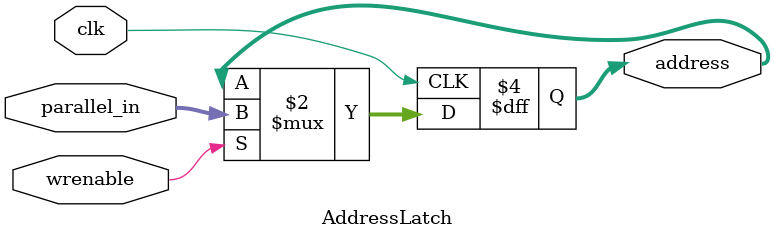
<source format=v>
module AddressLatch(address, parallel_in, clk, wrenable); 
//outputs 
output reg[7:0] address;

//inputs 
input clk; 
input wrenable; 
input [7:0] parallel_in; //either address or data

//Makes sure that we alternate between storing the data address and inputting the data
always @(posedge clk)begin
	if (wrenable)begin
		address <= parallel_in;
	end
end
endmodule 
</source>
